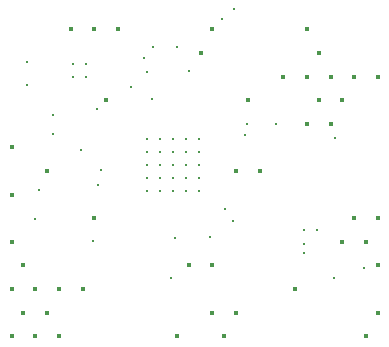
<source format=gbr>
%TF.GenerationSoftware,Altium Limited,Altium Designer,23.4.1 (23)*%
G04 Layer_Color=0*
%FSLAX45Y45*%
%MOMM*%
%TF.SameCoordinates,E9D3CAE9-A23F-4039-930E-E97F2D72BBB1*%
%TF.FilePolarity,Positive*%
%TF.FileFunction,Plated,1,4,PTH,Drill*%
%TF.Part,Single*%
G01*
G75*
%TA.AperFunction,ViaDrill,NotFilled*%
%ADD74C,0.40000*%
%ADD75C,0.25000*%
%ADD76C,0.20000*%
D74*
X10500006Y8400005D02*
D03*
Y7200004D02*
D03*
X10400006Y7000004D02*
D03*
X10500006Y6800004D02*
D03*
Y6400003D02*
D03*
X10400006Y6200003D02*
D03*
X10300006Y8400005D02*
D03*
X10200006Y8200004D02*
D03*
X10300006Y7200004D02*
D03*
X10200006Y7000004D02*
D03*
X10000005Y8600005D02*
D03*
X10100005Y8400005D02*
D03*
X10000005Y8200004D02*
D03*
X10100005Y8000004D02*
D03*
X9900005Y8800005D02*
D03*
Y8400005D02*
D03*
Y8000004D02*
D03*
X9800005Y6600004D02*
D03*
X9700005Y8400005D02*
D03*
X9400005Y8200004D02*
D03*
X9500005Y7600004D02*
D03*
X9300005D02*
D03*
Y6400003D02*
D03*
X9200005Y6200003D02*
D03*
X9100005Y8800005D02*
D03*
X9000005Y8600005D02*
D03*
X9100005Y6800004D02*
D03*
Y6400003D02*
D03*
X8900005Y6800004D02*
D03*
X8800005Y6200003D02*
D03*
X8300004Y8800005D02*
D03*
X8200004Y8200004D02*
D03*
X8100004Y8800005D02*
D03*
Y7200004D02*
D03*
X8000004Y6600004D02*
D03*
X7900004Y8800005D02*
D03*
X7800004Y6600004D02*
D03*
Y6200003D02*
D03*
X7700004Y7600004D02*
D03*
X7600004Y6600004D02*
D03*
X7700004Y6400003D02*
D03*
X7600004Y6200003D02*
D03*
X7400004Y7800004D02*
D03*
Y7400004D02*
D03*
Y7000004D02*
D03*
X7500004Y6800004D02*
D03*
X7400004Y6600004D02*
D03*
X7500004Y6400003D02*
D03*
X7400004Y6200003D02*
D03*
D75*
X8543208Y8440709D02*
D03*
X8600000Y8647500D02*
D03*
X8800000Y8650000D02*
D03*
X8411397Y8311103D02*
D03*
X8590000Y8212500D02*
D03*
X8905000Y8445000D02*
D03*
X8524557Y8552943D02*
D03*
X9277500Y7175000D02*
D03*
X9640000Y7997500D02*
D03*
X9395000Y8000000D02*
D03*
X8120000Y8122500D02*
D03*
X7752500Y8075000D02*
D03*
X7750000Y7910000D02*
D03*
X9080000Y7042500D02*
D03*
X9877500Y6982500D02*
D03*
X9982500Y7100000D02*
D03*
X8750000Y6695000D02*
D03*
X8780000Y7030000D02*
D03*
X9177500Y8885000D02*
D03*
X7987500Y7775000D02*
D03*
X8132500Y7477500D02*
D03*
X7627500Y7435000D02*
D03*
X7600000Y7195000D02*
D03*
X8085000Y7005000D02*
D03*
X9205000Y7282500D02*
D03*
X10380000Y6782500D02*
D03*
X10132500Y6695000D02*
D03*
X9877500Y6905000D02*
D03*
X9872500Y7097500D02*
D03*
X10135000Y7880000D02*
D03*
X9372500Y7902500D02*
D03*
X7531250Y8328750D02*
D03*
X7527500Y8525000D02*
D03*
X9280000Y8970000D02*
D03*
X8157898Y7605000D02*
D03*
D76*
X8032500Y8505000D02*
D03*
Y8395000D02*
D03*
X7922500D02*
D03*
Y8505000D02*
D03*
X8990000Y7430000D02*
D03*
X8880000D02*
D03*
X8770000D02*
D03*
X8660000D02*
D03*
X8550000D02*
D03*
X8990000Y7540000D02*
D03*
X8880000D02*
D03*
X8770000D02*
D03*
X8660000D02*
D03*
X8550000D02*
D03*
X8990000Y7650000D02*
D03*
X8880000D02*
D03*
X8770000D02*
D03*
X8660000D02*
D03*
X8550000D02*
D03*
X8990000Y7760000D02*
D03*
X8880000D02*
D03*
X8770000D02*
D03*
X8660000D02*
D03*
X8550000D02*
D03*
X8990000Y7870000D02*
D03*
X8880000D02*
D03*
X8770000D02*
D03*
X8660000D02*
D03*
X8550000D02*
D03*
%TF.MD5,d2fef206d01e10bdada37987bca72537*%
M02*

</source>
